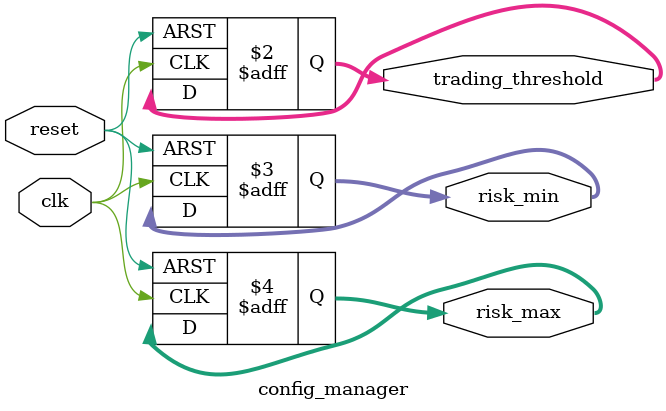
<source format=v>
`timescale 1ns / 1ps

module config_manager(
    input wire clk, 
    input wire reset, 
    output reg [31:0] trading_threshold, 
    output reg [31:0] risk_min, 
    output reg [31:0] risk_max
    );
    
    always @(posedge clk or posedge reset) begin 
        if (reset) begin 
            trading_threshold <= 32'd1000; // Default Trading Threshold 
            risk_min <= 32'd1000; // Minimum risk limit 
            risk_max <= 32'd5000; // Maximum risk limit 
        end else begin 
            trading_threshold <= trading_threshold; 
            risk_min <= risk_min; 
            risk_max <= risk_max;
        end 
    end 
endmodule

</source>
